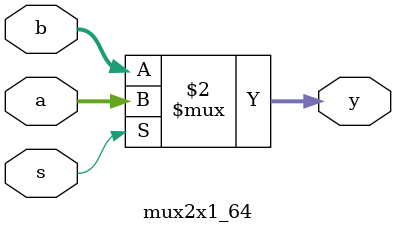
<source format=v>
`timescale 1ns / 1ps


module mux2x1_64(
	input wire [63:0] a,
	input wire [63:0] b,
	input wire s,
	output wire [63:0] y
    );

	assign y = (s == 1)? a : b;
endmodule

</source>
